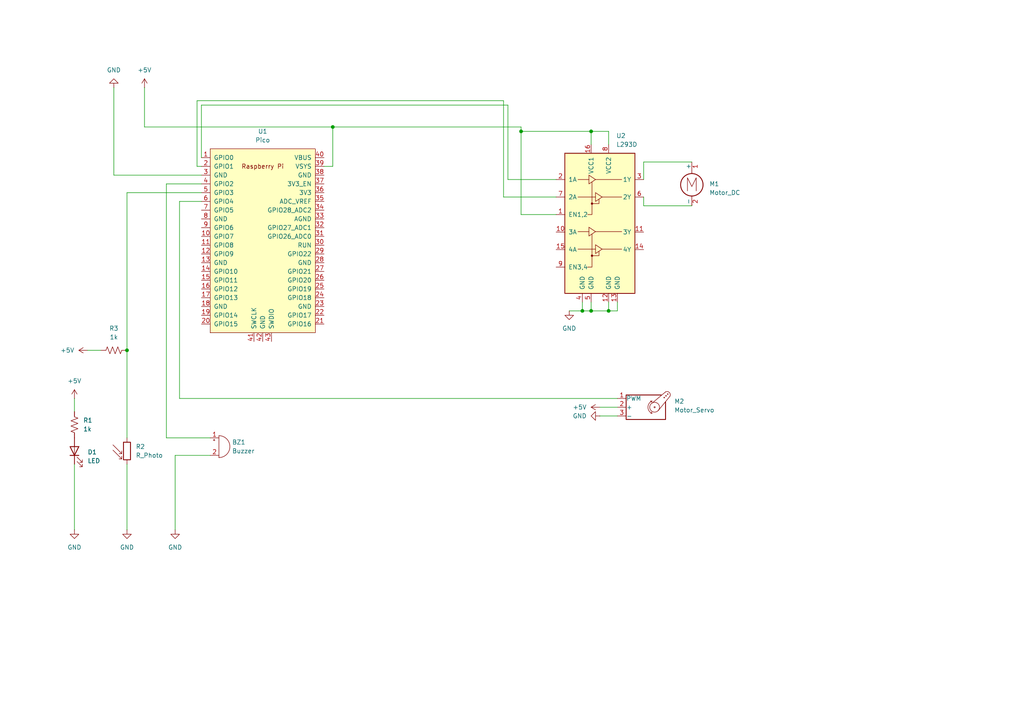
<source format=kicad_sch>
(kicad_sch (version 20231120) (generator "eeschema") (generator_version "8.0")
  (paper "A4")
  (lib_symbols
    (symbol "Device:Buzzer" (pin_names (offset 0.0254) hide)
      (property "Reference" "BZ" (at 3.81 1.27 0))
      (property "Value" "Buzzer" (at 3.81 -1.27 0))
      (symbol "Buzzer_0_1"
        (arc (start 0 -3.175) (mid 3.1612 0) (end 0 3.175))
        (polyline (pts (xy -1.651 1.905) (xy -1.143 1.905)))
        (polyline (pts (xy -1.397 2.159) (xy -1.397 1.651)))
        (polyline (pts (xy 0 3.175) (xy 0 -3.175)))
      )
      (symbol "Buzzer_1_1"
        (pin passive line (at -2.54 2.54 0) (length 2.54) (name "+") (number "1"))
        (pin passive line (at -2.54 -2.54 0) (length 2.54) (name "-") (number "2"))
      )
    )
    (symbol "Device:LED" (pin_numbers hide) (pin_names (offset 1.016) hide)
      (property "Reference" "D" (at 0 2.54 0))
      (property "Value" "LED" (at 0 -2.54 0))
      (symbol "LED_0_1"
        (polyline (pts (xy -1.27 -1.27) (xy -1.27 1.27)) (stroke (width 0.254)))
        (polyline (pts (xy -1.27 0) (xy 1.27 0)))
        (polyline (pts (xy 1.27 -1.27) (xy 1.27 1.27) (xy -1.27 0) (xy 1.27 -1.27)) (stroke (width 0.254)))
        (polyline (pts (xy -3.048 -0.762) (xy -4.572 -2.286) (xy -3.81 -2.286) (xy -4.572 -2.286) (xy -4.572 -1.524)))
        (polyline (pts (xy -1.778 -0.762) (xy -3.302 -2.286) (xy -2.54 -2.286) (xy -3.302 -2.286) (xy -3.302 -1.524)))
      )
      (symbol "LED_1_1"
        (pin passive line (at -3.81 0 0) (length 2.54) (name "K") (number "1"))
        (pin passive line (at 3.81 0 180) (length 2.54) (name "A") (number "2"))
      )
    )
    (symbol "Device:R_Photo" (pin_numbers hide) (pin_names (offset 0))
      (property "Reference" "R" (at 1.27 1.27 0))
      (property "Value" "R_Photo" (at 1.27 0 0))
      (symbol "R_Photo_0_1"
        (rectangle (start -1.016 2.54) (end 1.016 -2.54) (stroke (width 0.254)))
        (polyline (pts (xy -1.524 -2.286) (xy -4.064 0.254)))
        (polyline (pts (xy -1.524 -2.286) (xy -2.286 -2.286)))
        (polyline (pts (xy -1.524 -2.286) (xy -1.524 -1.524)))
        (polyline (pts (xy -1.524 -0.762) (xy -4.064 1.778)))
        (polyline (pts (xy -1.524 -0.762) (xy -2.286 -0.762)))
        (polyline (pts (xy -1.524 -0.762) (xy -1.524 0)))
      )
      (symbol "R_Photo_1_1"
        (pin passive line (at 0 3.81 270) (length 1.27) (name "~") (number "1"))
        (pin passive line (at 0 -3.81 90) (length 1.27) (name "~") (number "2"))
      )
    )
    (symbol "Device:R_US" (pin_numbers hide) (pin_names (offset 0))
      (property "Reference" "R" (at 2.54 0 90))
      (property "Value" "R_US" (at -2.54 0 90))
      (symbol "R_US_0_1"
        (polyline (pts (xy 0 -2.286) (xy 0 -2.54)))
        (polyline (pts (xy 0 2.286) (xy 0 2.54)))
        (polyline (pts (xy 0 -0.762) (xy 1.016 -1.143) (xy 0 -1.524) (xy -1.016 -1.905) (xy 0 -2.286)))
        (polyline (pts (xy 0 0.762) (xy 1.016 0.381) (xy 0 0) (xy -1.016 -0.381) (xy 0 -0.762)))
        (polyline (pts (xy 0 2.286) (xy 1.016 1.905) (xy 0 1.524) (xy -1.016 1.143) (xy 0 0.762)))
      )
      (symbol "R_US_1_1"
        (pin passive line (at 0 3.81 270) (length 1.27) (name "~") (number "1"))
        (pin passive line (at 0 -3.81 90) (length 1.27) (name "~") (number "2"))
      )
    )
    (symbol "Driver_Motor:L293D" (pin_names (offset 1.016))
      (property "Reference" "U" (at -5.08 26.035 0))
      (property "Value" "L293D" (at -5.08 24.13 0))
      (symbol "L293D_0_1"
        (rectangle (start -10.16 22.86) (end 10.16 -17.78) (stroke (width 0.254)) (fill (type background)))
        (circle (center -2.286 -6.858) (radius 0.254) (fill (type outline)))
        (circle (center -2.286 8.255) (radius 0.254) (fill (type outline)))
        (polyline (pts (xy -6.35 -4.953) (xy -1.27 -4.953)))
        (polyline (pts (xy -6.35 0.127) (xy -3.175 0.127)))
        (polyline (pts (xy -6.35 10.16) (xy -1.27 10.16)))
        (polyline (pts (xy -6.35 15.24) (xy -3.175 15.24)))
        (polyline (pts (xy -1.27 0.127) (xy 6.35 0.127)))
        (polyline (pts (xy -1.27 15.24) (xy 6.35 15.24)))
        (polyline (pts (xy 0.635 -4.953) (xy 6.35 -4.953)))
        (polyline (pts (xy 0.635 10.16) (xy 6.35 10.16)))
        (polyline (pts (xy -2.286 -6.858) (xy -0.254 -6.858) (xy -0.254 -5.588)))
        (polyline (pts (xy -2.286 -0.635) (xy -2.286 -10.16) (xy -3.556 -10.16)))
        (polyline (pts (xy -2.286 8.255) (xy -0.254 8.255) (xy -0.254 9.525)))
        (polyline (pts (xy -2.286 14.478) (xy -2.286 5.08) (xy -3.556 5.08)))
        (polyline (pts (xy -3.175 1.397) (xy -3.175 -1.143) (xy -1.27 0.127) (xy -3.175 1.397)))
        (polyline (pts (xy -3.175 16.51) (xy -3.175 13.97) (xy -1.27 15.24) (xy -3.175 16.51)))
        (polyline (pts (xy -1.27 -3.683) (xy -1.27 -6.223) (xy 0.635 -4.953) (xy -1.27 -3.683)))
        (polyline (pts (xy -1.27 11.43) (xy -1.27 8.89) (xy 0.635 10.16) (xy -1.27 11.43)))
      )
      (symbol "L293D_1_1"
        (pin input line (at -12.7 5.08 0) (length 2.54) (name "EN1,2") (number "1"))
        (pin input line (at -12.7 0 0) (length 2.54) (name "3A") (number "10"))
        (pin output line (at 12.7 0 180) (length 2.54) (name "3Y") (number "11"))
        (pin power_in line (at 2.54 -20.32 90) (length 2.54) (name "GND") (number "12"))
        (pin power_in line (at 5.08 -20.32 90) (length 2.54) (name "GND") (number "13"))
        (pin output line (at 12.7 -5.08 180) (length 2.54) (name "4Y") (number "14"))
        (pin input line (at -12.7 -5.08 0) (length 2.54) (name "4A") (number "15"))
        (pin power_in line (at -2.54 25.4 270) (length 2.54) (name "VCC1") (number "16"))
        (pin input line (at -12.7 15.24 0) (length 2.54) (name "1A") (number "2"))
        (pin output line (at 12.7 15.24 180) (length 2.54) (name "1Y") (number "3"))
        (pin power_in line (at -5.08 -20.32 90) (length 2.54) (name "GND") (number "4"))
        (pin power_in line (at -2.54 -20.32 90) (length 2.54) (name "GND") (number "5"))
        (pin output line (at 12.7 10.16 180) (length 2.54) (name "2Y") (number "6"))
        (pin input line (at -12.7 10.16 0) (length 2.54) (name "2A") (number "7"))
        (pin power_in line (at 2.54 25.4 270) (length 2.54) (name "VCC2") (number "8"))
        (pin input line (at -12.7 -10.16 0) (length 2.54) (name "EN3,4") (number "9"))
      )
    )
    (symbol "Motor:Motor_DC" (pin_names (offset 0))
      (property "Reference" "M" (at 2.54 2.54 0))
      (property "Value" "Motor_DC" (at 2.54 -5.08 0))
      (symbol "Motor_DC_0_0"
        (polyline (pts (xy -1.27 -3.302) (xy -1.27 0.508) (xy 0 -2.032) (xy 1.27 0.508) (xy 1.27 -3.302)))
      )
      (symbol "Motor_DC_0_1"
        (circle (center 0 -1.524) (radius 3.2512) (stroke (width 0.254)))
        (polyline (pts (xy 0 -7.62) (xy 0 -7.112)))
        (polyline (pts (xy 0 -4.7752) (xy 0 -5.1816)))
        (polyline (pts (xy 0 1.7272) (xy 0 2.0828)))
        (polyline (pts (xy 0 2.032) (xy 0 2.54)))
      )
      (symbol "Motor_DC_1_1"
        (pin passive line (at 0 5.08 270) (length 2.54) (name "+") (number "1"))
        (pin passive line (at 0 -7.62 90) (length 2.54) (name "-") (number "2"))
      )
    )
    (symbol "Motor:Motor_Servo" (pin_names (offset 0.0254))
      (property "Reference" "M" (at -5.08 4.445 0))
      (property "Value" "Motor_Servo" (at -5.08 -4.064 0))
      (symbol "Motor_Servo_0_1"
        (polyline (pts (xy 2.413 -1.778) (xy 2.032 -1.778)))
        (polyline (pts (xy 2.413 -1.778) (xy 2.286 -1.397)))
        (polyline (pts (xy 2.413 1.778) (xy 1.905 1.778)))
        (polyline (pts (xy 2.413 1.778) (xy 2.286 1.397)))
        (polyline (pts (xy 6.35 4.445) (xy 2.54 1.27)))
        (polyline (pts (xy 7.62 3.175) (xy 4.191 -1.016)))
        (polyline (pts (xy 5.08 3.556) (xy -5.08 3.556) (xy -5.08 -3.556) (xy 6.35 -3.556) (xy 6.35 1.524)) (stroke (width 0.254)))
        (arc (start 2.413 1.778) (mid 1.2406 0) (end 2.413 -1.778))
        (circle (center 3.175 0) (radius 0.1778))
        (circle (center 3.175 0) (radius 1.4224))
        (circle (center 5.969 2.794) (radius 0.127))
        (circle (center 6.477 3.302) (radius 0.127))
        (circle (center 6.985 3.81) (radius 0.127))
        (arc (start 7.62 3.175) (mid 7.4485 4.2735) (end 6.35 4.445))
      )
      (symbol "Motor_Servo_1_1"
        (pin passive line (at -7.62 2.54 0) (length 2.54) (name "PWM") (number "1"))
        (pin passive line (at -7.62 0 0) (length 2.54) (name "+") (number "2"))
        (pin passive line (at -7.62 -2.54 0) (length 2.54) (name "-") (number "3"))
      )
    )
    (symbol "RPi_Pico:Pico" (pin_names (offset 1.016))
      (property "Reference" "U" (at -13.97 27.94 0))
      (property "Value" "Pico" (at 0 19.05 0))
      (symbol "Pico_0_0"
        (text "Raspberry Pi" (at 0 21.59 0) (effects (font (size 1.27 1.27))))
      )
      (symbol "Pico_0_1"
        (rectangle (start -15.24 26.67) (end 15.24 -26.67) (fill (type background)))
      )
      (symbol "Pico_1_1"
        (pin bidirectional line (at -17.78 24.13 0) (length 2.54) (name "GPIO0") (number "1"))
        (pin bidirectional line (at -17.78 1.27 0) (length 2.54) (name "GPIO7") (number "10"))
        (pin bidirectional line (at -17.78 -1.27 0) (length 2.54) (name "GPIO8") (number "11"))
        (pin bidirectional line (at -17.78 -3.81 0) (length 2.54) (name "GPIO9") (number "12"))
        (pin power_in line (at -17.78 -6.35 0) (length 2.54) (name "GND") (number "13"))
        (pin bidirectional line (at -17.78 -8.89 0) (length 2.54) (name "GPIO10") (number "14"))
        (pin bidirectional line (at -17.78 -11.43 0) (length 2.54) (name "GPIO11") (number "15"))
        (pin bidirectional line (at -17.78 -13.97 0) (length 2.54) (name "GPIO12") (number "16"))
        (pin bidirectional line (at -17.78 -16.51 0) (length 2.54) (name "GPIO13") (number "17"))
        (pin power_in line (at -17.78 -19.05 0) (length 2.54) (name "GND") (number "18"))
        (pin bidirectional line (at -17.78 -21.59 0) (length 2.54) (name "GPIO14") (number "19"))
        (pin bidirectional line (at -17.78 21.59 0) (length 2.54) (name "GPIO1") (number "2"))
        (pin bidirectional line (at -17.78 -24.13 0) (length 2.54) (name "GPIO15") (number "20"))
        (pin bidirectional line (at 17.78 -24.13 180) (length 2.54) (name "GPIO16") (number "21"))
        (pin bidirectional line (at 17.78 -21.59 180) (length 2.54) (name "GPIO17") (number "22"))
        (pin power_in line (at 17.78 -19.05 180) (length 2.54) (name "GND") (number "23"))
        (pin bidirectional line (at 17.78 -16.51 180) (length 2.54) (name "GPIO18") (number "24"))
        (pin bidirectional line (at 17.78 -13.97 180) (length 2.54) (name "GPIO19") (number "25"))
        (pin bidirectional line (at 17.78 -11.43 180) (length 2.54) (name "GPIO20") (number "26"))
        (pin bidirectional line (at 17.78 -8.89 180) (length 2.54) (name "GPIO21") (number "27"))
        (pin power_in line (at 17.78 -6.35 180) (length 2.54) (name "GND") (number "28"))
        (pin bidirectional line (at 17.78 -3.81 180) (length 2.54) (name "GPIO22") (number "29"))
        (pin power_in line (at -17.78 19.05 0) (length 2.54) (name "GND") (number "3"))
        (pin input line (at 17.78 -1.27 180) (length 2.54) (name "RUN") (number "30"))
        (pin bidirectional line (at 17.78 1.27 180) (length 2.54) (name "GPIO26_ADC0") (number "31"))
        (pin bidirectional line (at 17.78 3.81 180) (length 2.54) (name "GPIO27_ADC1") (number "32"))
        (pin power_in line (at 17.78 6.35 180) (length 2.54) (name "AGND") (number "33"))
        (pin bidirectional line (at 17.78 8.89 180) (length 2.54) (name "GPIO28_ADC2") (number "34"))
        (pin unspecified line (at 17.78 11.43 180) (length 2.54) (name "ADC_VREF") (number "35"))
        (pin unspecified line (at 17.78 13.97 180) (length 2.54) (name "3V3") (number "36"))
        (pin input line (at 17.78 16.51 180) (length 2.54) (name "3V3_EN") (number "37"))
        (pin bidirectional line (at 17.78 19.05 180) (length 2.54) (name "GND") (number "38"))
        (pin unspecified line (at 17.78 21.59 180) (length 2.54) (name "VSYS") (number "39"))
        (pin bidirectional line (at -17.78 16.51 0) (length 2.54) (name "GPIO2") (number "4"))
        (pin unspecified line (at 17.78 24.13 180) (length 2.54) (name "VBUS") (number "40"))
        (pin input line (at -2.54 -29.21 90) (length 2.54) (name "SWCLK") (number "41"))
        (pin power_in line (at 0 -29.21 90) (length 2.54) (name "GND") (number "42"))
        (pin bidirectional line (at 2.54 -29.21 90) (length 2.54) (name "SWDIO") (number "43"))
        (pin bidirectional line (at -17.78 13.97 0) (length 2.54) (name "GPIO3") (number "5"))
        (pin bidirectional line (at -17.78 11.43 0) (length 2.54) (name "GPIO4") (number "6"))
        (pin bidirectional line (at -17.78 8.89 0) (length 2.54) (name "GPIO5") (number "7"))
        (pin power_in line (at -17.78 6.35 0) (length 2.54) (name "GND") (number "8"))
        (pin bidirectional line (at -17.78 3.81 0) (length 2.54) (name "GPIO6") (number "9"))
      )
    )
    (symbol "power:+5V" (power) (pin_numbers hide) (pin_names (offset 0) hide)
      (property "Value" "+5V" (at 0 3.556 0))
      (symbol "+5V_0_1"
        (polyline (pts (xy -0.762 1.27) (xy 0 2.54)))
        (polyline (pts (xy 0 0) (xy 0 2.54)))
        (polyline (pts (xy 0 2.54) (xy 0.762 1.27)))
      )
      (symbol "+5V_1_1"
        (pin power_in line (at 0 0 90) (length 0) (name "~") (number "1"))
      )
    )
    (symbol "power:GND" (power) (pin_numbers hide) (pin_names (offset 0) hide)
      (property "Value" "GND" (at 0 -3.81 0))
      (symbol "GND_0_1"
        (polyline (pts (xy 0 0) (xy 0 -1.27) (xy 1.27 -1.27) (xy 0 -2.54) (xy -1.27 -1.27) (xy 0 -1.27)))
      )
      (symbol "GND_1_1"
        (pin power_in line (at 0 0 270) (length 0) (name "~") (number "1"))
      )
    )
  )
  (junction (at 171.45 90.17))
  (junction (at 168.91 90.17))
  (junction (at 151.13 38.1))
  (junction (at 176.53 90.17))
  (junction (at 36.83 101.6))
  (junction (at 96.52 36.83))
  (junction (at 171.45 38.1))
  (wire (pts (xy 147.32 52.07) (xy 161.29 52.07)))
  (wire (pts (xy 58.42 45.72) (xy 58.42 30.48)))
  (wire (pts (xy 171.45 38.1) (xy 171.45 41.91)))
  (wire (pts (xy 146.05 57.15) (xy 161.29 57.15)))
  (wire (pts (xy 25.4 101.6) (xy 29.21 101.6)))
  (wire (pts (xy 168.91 90.17) (xy 171.45 90.17)))
  (wire (pts (xy 96.52 36.83) (xy 96.52 48.26)))
  (wire (pts (xy 33.02 25.4) (xy 33.02 50.8)))
  (wire (pts (xy 48.26 53.34) (xy 48.26 127)))
  (wire (pts (xy 151.13 62.23) (xy 161.29 62.23)))
  (wire (pts (xy 171.45 90.17) (xy 176.53 90.17)))
  (wire (pts (xy 96.52 36.83) (xy 151.13 36.83)))
  (wire (pts (xy 146.05 29.21) (xy 146.05 57.15)))
  (wire (pts (xy 173.99 120.65) (xy 179.07 120.65)))
  (wire (pts (xy 151.13 36.83) (xy 151.13 38.1)))
  (wire (pts (xy 36.83 101.6) (xy 36.83 127)))
  (wire (pts (xy 52.07 58.42) (xy 52.07 115.57)))
  (wire (pts (xy 36.83 55.88) (xy 58.42 55.88)))
  (wire (pts (xy 200.66 59.69) (xy 186.69 59.69)))
  (wire (pts (xy 21.59 134.62) (xy 21.59 153.67)))
  (wire (pts (xy 96.52 48.26) (xy 93.98 48.26)))
  (wire (pts (xy 36.83 134.62) (xy 36.83 153.67)))
  (wire (pts (xy 52.07 115.57) (xy 179.07 115.57)))
  (wire (pts (xy 186.69 59.69) (xy 186.69 57.15)))
  (wire (pts (xy 165.1 90.17) (xy 168.91 90.17)))
  (wire (pts (xy 151.13 38.1) (xy 151.13 62.23)))
  (wire (pts (xy 168.91 87.63) (xy 168.91 90.17)))
  (wire (pts (xy 21.59 115.57) (xy 21.59 119.38)))
  (wire (pts (xy 50.8 132.08) (xy 50.8 153.67)))
  (wire (pts (xy 58.42 58.42) (xy 52.07 58.42)))
  (wire (pts (xy 48.26 127) (xy 60.96 127)))
  (wire (pts (xy 58.42 30.48) (xy 147.32 30.48)))
  (wire (pts (xy 186.69 46.99) (xy 200.66 46.99)))
  (wire (pts (xy 41.91 36.83) (xy 96.52 36.83)))
  (wire (pts (xy 57.15 29.21) (xy 146.05 29.21)))
  (wire (pts (xy 151.13 38.1) (xy 171.45 38.1)))
  (wire (pts (xy 147.32 30.48) (xy 147.32 52.07)))
  (wire (pts (xy 58.42 48.26) (xy 57.15 48.26)))
  (wire (pts (xy 48.26 53.34) (xy 58.42 53.34)))
  (wire (pts (xy 176.53 90.17) (xy 179.07 90.17)))
  (wire (pts (xy 50.8 132.08) (xy 60.96 132.08)))
  (wire (pts (xy 57.15 48.26) (xy 57.15 29.21)))
  (wire (pts (xy 36.83 101.6) (xy 36.83 55.88)))
  (wire (pts (xy 173.99 118.11) (xy 179.07 118.11)))
  (wire (pts (xy 186.69 52.07) (xy 186.69 46.99)))
  (wire (pts (xy 33.02 50.8) (xy 58.42 50.8)))
  (wire (pts (xy 41.91 25.4) (xy 41.91 36.83)))
  (wire (pts (xy 176.53 38.1) (xy 176.53 41.91)))
  (wire (pts (xy 171.45 38.1) (xy 176.53 38.1)))
  (wire (pts (xy 176.53 87.63) (xy 176.53 90.17)))
  (wire (pts (xy 171.45 87.63) (xy 171.45 90.17)))
  (wire (pts (xy 179.07 90.17) (xy 179.07 87.63)))
  (symbol (lib_id "power:+5V") (at 173.99 118.11 90) (unit 1)
    (property "Reference" "#PWR06" (effects (hide yes)))
    (property "Value" "+5V" (at 170.18 118.1099 90) (effects (justify left)))
    (property "Description" "Power symbol creates a global label with name \"+5V\"" (effects (hide yes)))
  )
  (symbol (lib_id "Motor:Motor_Servo") (at 186.69 118.11 0) (unit 1)
    (property "Reference" "M2" (at 195.58 116.4065 0) (effects (justify left)))
    (property "Value" "Motor_Servo" (at 195.58 118.9465 0) (effects (justify left)))
    (property "Datasheet" "http://forums.parallax.com/uploads/attachments/46831/74481.png" (effects (hide yes)))
    (property "Description" "Servo Motor (Futaba, HiTec, JR connector)" (effects (hide yes)))
  )
  (symbol (lib_id "Device:LED") (at 21.59 130.81 90) (unit 1)
    (property "Reference" "D1" (at 25.4 131.1274 90) (effects (justify right)))
    (property "Value" "LED" (at 25.4 133.6674 90) (effects (justify right)))
    (property "Description" "Light emitting diode" (effects (hide yes)))
  )
  (symbol (lib_id "power:GND") (at 33.02 25.4 180) (unit 1)
    (property "Reference" "#PWR02" (effects (hide yes)))
    (property "Value" "GND" (at 33.02 20.32 0))
    (property "Description" "Power symbol creates a global label with name \"GND\" , ground" (effects (hide yes)))
  )
  (symbol (lib_id "Driver_Motor:L293D") (at 173.99 67.31 0) (unit 1)
    (property "Reference" "U2" (at 178.7241 39.37 0) (effects (justify left)))
    (property "Value" "L293D" (at 178.7241 41.91 0) (effects (justify left)))
    (property "Footprint" "Package_DIP:DIP-16_W7.62mm" (effects (hide yes)))
    (property "Datasheet" "http://www.ti.com/lit/ds/symlink/l293.pdf" (effects (hide yes)))
    (property "Description" "Quadruple Half-H Drivers" (effects (hide yes)))
  )
  (symbol (lib_id "Motor:Motor_DC") (at 200.66 52.07 0) (unit 1)
    (property "Reference" "M1" (at 205.74 53.3399 0) (effects (justify left)))
    (property "Value" "Motor_DC" (at 205.74 55.8799 0) (effects (justify left)))
    (property "Description" "DC Motor" (effects (hide yes)))
  )
  (symbol (lib_id "Device:R_US") (at 33.02 101.6 90) (unit 1)
    (property "Reference" "R3" (at 33.02 95.25 90))
    (property "Value" "1k" (at 33.02 97.79 90))
    (property "Description" "Resistor, US symbol" (effects (hide yes)))
  )
  (symbol (lib_id "power:+5V") (at 25.4 101.6 90) (unit 1)
    (property "Reference" "#PWR010" (effects (hide yes)))
    (property "Value" "+5V" (at 21.59 101.5999 90) (effects (justify left)))
    (property "Description" "Power symbol creates a global label with name \"+5V\"" (effects (hide yes)))
  )
  (symbol (lib_id "power:GND") (at 50.8 153.67 0) (unit 1)
    (property "Reference" "#PWR09" (effects (hide yes)))
    (property "Value" "GND" (at 50.8 158.75 0))
    (property "Description" "Power symbol creates a global label with name \"GND\" , ground" (effects (hide yes)))
  )
  (symbol (lib_id "power:GND") (at 165.1 90.17 0) (unit 1)
    (property "Reference" "#PWR03" (effects (hide yes)))
    (property "Value" "GND" (at 165.1 95.25 0))
    (property "Description" "Power symbol creates a global label with name \"GND\" , ground" (effects (hide yes)))
  )
  (symbol (lib_id "power:GND") (at 173.99 120.65 270) (unit 1)
    (property "Reference" "#PWR07" (effects (hide yes)))
    (property "Value" "GND" (at 170.18 120.6499 90) (effects (justify right)))
    (property "Description" "Power symbol creates a global label with name \"GND\" , ground" (effects (hide yes)))
  )
  (symbol (lib_id "power:+5V") (at 21.59 115.57 0) (unit 1)
    (property "Reference" "#PWR05" (effects (hide yes)))
    (property "Value" "+5V" (at 21.59 110.49 0))
    (property "Description" "Power symbol creates a global label with name \"+5V\"" (effects (hide yes)))
  )
  (symbol (lib_id "power:GND") (at 21.59 153.67 0) (unit 1)
    (property "Reference" "#PWR04" (effects (hide yes)))
    (property "Value" "GND" (at 21.59 158.75 0))
    (property "Description" "Power symbol creates a global label with name \"GND\" , ground" (effects (hide yes)))
  )
  (symbol (lib_id "power:GND") (at 36.83 153.67 0) (unit 1)
    (property "Reference" "#PWR08" (effects (hide yes)))
    (property "Value" "GND" (at 36.83 158.75 0))
    (property "Description" "Power symbol creates a global label with name \"GND\" , ground" (effects (hide yes)))
  )
  (symbol (lib_id "Device:R_US") (at 21.59 123.19 0) (unit 1)
    (property "Reference" "R1" (at 24.13 121.9199 0) (effects (justify left)))
    (property "Value" "1k" (at 24.13 124.4599 0) (effects (justify left)))
    (property "Description" "Resistor, US symbol" (effects (hide yes)))
  )
  (symbol (lib_id "Device:R_Photo") (at 36.83 130.81 0) (unit 1)
    (property "Reference" "R2" (at 39.37 129.5399 0) (effects (justify left)))
    (property "Value" "R_Photo" (at 39.37 132.0799 0) (effects (justify left)))
    (property "Description" "Photoresistor" (effects (hide yes)))
  )
  (symbol (lib_id "RPi_Pico:Pico") (at 76.2 69.85 0) (unit 1)
    (property "Reference" "U1" (at 76.2 38.1 0))
    (property "Value" "Pico" (at 76.2 40.64 0))
    (property "Footprint" "RPi_Pico:RPi_Pico_SMD_TH" (effects (hide yes)))
  )
  (symbol (lib_id "Device:Buzzer") (at 63.5 129.54 0) (unit 1)
    (property "Reference" "BZ1" (at 67.31 128.2699 0) (effects (justify left)))
    (property "Value" "Buzzer" (at 67.31 130.8099 0) (effects (justify left)))
    (property "Description" "Buzzer, polarized" (effects (hide yes)))
  )
  (symbol (lib_id "power:+5V") (at 41.91 25.4 0) (unit 1)
    (property "Reference" "#PWR01" (effects (hide yes)))
    (property "Value" "+5V" (at 41.91 20.32 0))
    (property "Description" "Power symbol creates a global label with name \"+5V\"" (effects (hide yes)))
  )
)
</source>
